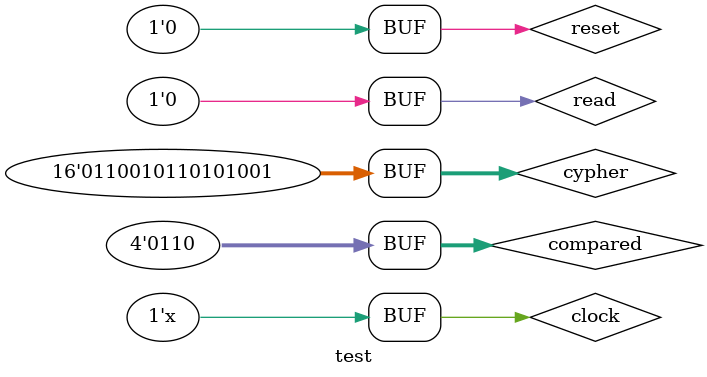
<source format=v>
module test;

reg clock = 1'b0;
reg reset = 1'b0;
reg [15:0] cypher = 16'd0;
reg [3:0] compared = 4'd0;
reg read = 1'b0;

wire match;
wire [7:0] sum;

bonus bns(
    .clock(clock),
    .reset(reset),
    .cypher(cypher),
    .compared(compared),
    .read(read),
    .match(match),
    .sum(sum)
);

always 
begin
    #1
    clock = ~clock;    
end

initial 
begin
    #64
    reset = 1'b1;
    read = 1'b0;
    cypher = 16'b0110010110101001;

    #5
    reset = 1'b0;

    #64
    reset = 1'b0;
    read = 1'b0;
    compared = 4'b0110;

    #64
    reset = 1'b0;
    read = 1'b1;
    compared = 4'b1111;

    #4
    read = 1'b0;

    #64
    reset = 1'b0;
    read = 1'b1;
    compared = 4'b1111;

    #4
    read = 1'b0;

    #64
    reset = 1'b0;
    read = 1'b1;
    compared = 4'b1001;

    #4
    read = 1'b0;

    #64
    reset = 1'b0;
    read = 1'b1;
    compared = 4'b1010;

    #4
    read = 1'b0;

    #64
    reset = 1'b0;
    read = 1'b1;
    compared = 4'b0000;

    #4
    read = 1'b0;

    #64
    reset = 1'b0;
    read = 1'b1;
    compared = 4'b1001;

    #4
    read = 1'b0;

    #64
    reset = 1'b0;
    read = 1'b1;
    compared = 4'b1010;

    #4
    read = 1'b0;

    #64
    reset = 1'b0;
    read = 1'b1;
    compared = 4'b0101;

    #4
    read = 1'b0;

    #64
    reset = 1'b0;
    read = 1'b1;
    compared = 4'b0110;

    #4
    read = 1'b0;

    #64
    reset = 1'b0;
    read = 1'b0;
end

endmodule
</source>
